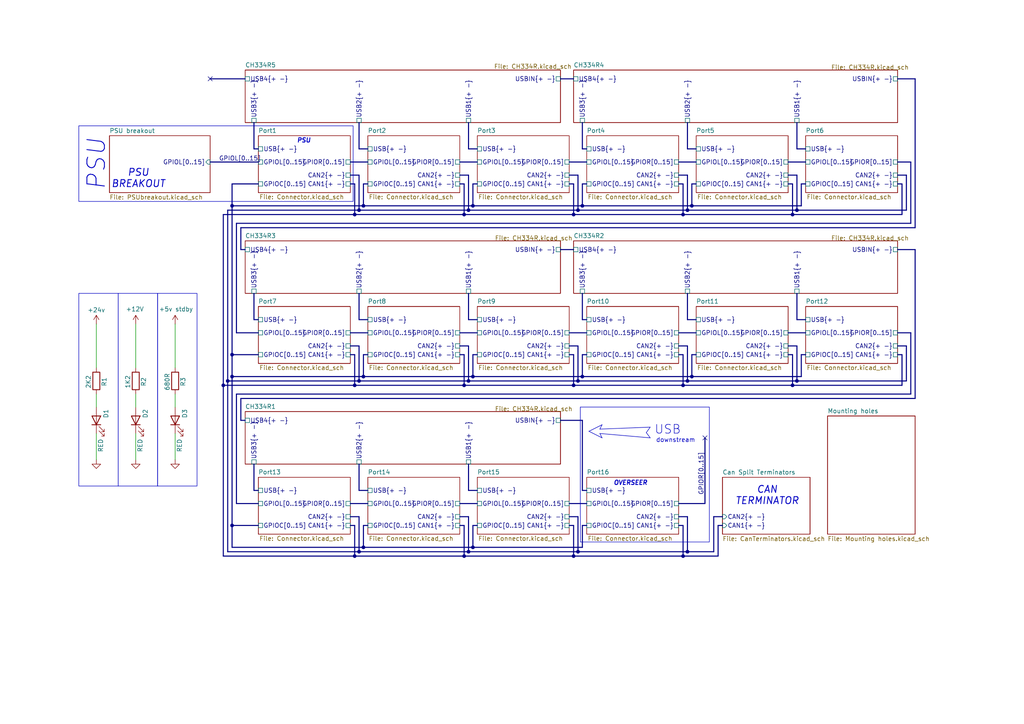
<source format=kicad_sch>
(kicad_sch (version 20250114) (generator "eeschema") (generator_version "9.0")
  (paper "A4")
  (title_block (title "ModuCard Active Backplane") (date "2024-11-15") (rev "A") (company "ModuCard System") (comment 1 "Artem Horiunov"))
  (lib_symbols
    (symbol "Device:LED" (pin_numbers (hide yes)) (pin_names (offset 1.016) (hide yes))
      (property "Reference" "D" (at 0 2.54 0))
      (property "Value" "LED" (at 0 -2.54 0))
      (symbol "LED_0_1"
        (polyline (pts (xy -3.048 -0.762) (xy -4.572 -2.286) (xy -3.81 -2.286) (xy -4.572 -2.286) (xy -4.572 -1.524)))
        (polyline (pts (xy -1.778 -0.762) (xy -3.302 -2.286) (xy -2.54 -2.286) (xy -3.302 -2.286) (xy -3.302 -1.524)))
        (polyline (pts (xy -1.27 0) (xy 1.27 0)))
        (polyline (pts (xy -1.27 -1.27) (xy -1.27 1.27)) (stroke (width 0.254)))
        (polyline (pts (xy 1.27 -1.27) (xy 1.27 1.27) (xy -1.27 0) (xy 1.27 -1.27)) (stroke (width 0.254)))
      )
      (symbol "LED_1_1"
        (pin passive line (at -3.81 0 0) (length 2.54) (name "K") (number "1"))
        (pin passive line (at 3.81 0 180) (length 2.54) (name "A") (number "2"))
      )
    )
    (symbol "Device:R" (pin_numbers (hide yes)) (pin_names (offset 0))
      (property "Reference" "R" (at 2.032 0 90))
      (property "Value" "R" (at 0 0 90))
      (symbol "R_0_1"
        (rectangle (start -1.016 -2.54) (end 1.016 2.54) (stroke (width 0.254)))
      )
      (symbol "R_1_1"
        (pin passive line (at 0 3.81 270) (length 1.27) (name "~") (number "1"))
        (pin passive line (at 0 -3.81 90) (length 1.27) (name "~") (number "2"))
      )
    )
    (symbol "power:+12V" (power) (pin_numbers (hide yes)) (pin_names (offset 0) (hide yes))
      (property "Value" "+12V" (at 0 3.556 0))
      (symbol "+12V_0_1"
        (polyline (pts (xy -0.762 1.27) (xy 0 2.54)))
        (polyline (pts (xy 0 2.54) (xy 0.762 1.27)))
        (polyline (pts (xy 0 0) (xy 0 2.54)))
      )
      (symbol "+12V_1_1"
        (pin power_in line (at 0 0 90) (length 0) (name "~") (number "1"))
      )
    )
    (symbol "power:GND" (power) (pin_numbers (hide yes)) (pin_names (offset 0) (hide yes))
      (property "Value" "GND" (at 0 -3.81 0))
      (symbol "GND_0_1"
        (polyline (pts (xy 0 0) (xy 0 -1.27) (xy 1.27 -1.27) (xy 0 -2.54) (xy -1.27 -1.27) (xy 0 -1.27)))
      )
      (symbol "GND_1_1"
        (pin power_in line (at 0 0 270) (length 0) (name "~") (number "1"))
      )
    )
  )
  (rectangle (start 168.3111 118.0625) (end 205.74 157.1978))
  (rectangle (start 34.29 85.09) (end 45.72 140.97))
  (rectangle (start 45.72 85.09) (end 57.15 140.97))
  (rectangle (start 22.86 85.09) (end 34.29 140.97))
  (rectangle (start 22.86 36.4964) (end 102.4215 58.42))
  (text "OVERSEER" (at 182.88 140.208 0) (effects (font (size 1.27 1.27) (thickness 0.254) (bold yes) (italic yes))))
  (text "PSU" (at 27.94 47.752 90) (effects (font (size 5.08 5.08) (thickness 0.254) (bold yes) (italic yes))))
  (text "PSU" (at 88.138 40.894 0) (effects (font (size 1.27 1.27) (thickness 0.254) (bold yes) (italic yes))))
  (text "downstream" (at 195.961 127.762 0) (effects (font (size 1.27 1.27))))
  (text "PSU\nBREAKOUT" (at 40.132 51.816 0) (effects (font (size 2.032 2.032) (thickness 0.254) (bold yes) (italic yes))))
  (text "CAN\nTERMINATOR\n" (at 222.504 143.764 0) (effects (font (size 2.032 2.032) (thickness 0.254) (bold yes) (italic yes))))
  (text "USB\n" (at 193.675 124.714 0) (effects (font (size 2.54 2.54))))
  (junction (at 67.31 109.22))
  (junction (at 199.39 110.49))
  (junction (at 166.37 62.23))
  (junction (at 105.41 158.75))
  (junction (at 198.12 161.29))
  (junction (at 102.87 111.76))
  (junction (at 104.14 110.49))
  (junction (at 104.14 60.96))
  (junction (at 67.31 59.69))
  (junction (at 199.39 60.96))
  (junction (at 135.89 60.96))
  (junction (at 168.91 109.22))
  (junction (at 137.16 158.75))
  (junction (at 135.89 110.49))
  (junction (at 200.66 109.22))
  (junction (at 64.77 111.76))
  (junction (at 134.62 62.23))
  (junction (at 199.39 160.02))
  (junction (at 67.31 102.87))
  (junction (at 200.66 59.69))
  (junction (at 231.14 110.49))
  (junction (at 66.04 110.49))
  (junction (at 137.16 59.69))
  (junction (at 104.14 160.02))
  (junction (at 166.37 161.29))
  (junction (at 229.87 62.23))
  (junction (at 167.64 60.96))
  (junction (at 231.14 60.96))
  (junction (at 134.62 111.76))
  (junction (at 137.16 109.22))
  (junction (at 198.12 62.23))
  (junction (at 102.87 62.23))
  (junction (at 229.87 111.76))
  (junction (at 167.64 110.49))
  (junction (at 166.37 111.76))
  (junction (at 134.62 161.29))
  (junction (at 105.41 109.22))
  (junction (at 168.91 59.69))
  (junction (at 198.12 111.76))
  (junction (at 105.41 59.69))
  (junction (at 67.31 152.4))
  (junction (at 102.87 161.29))
  (junction (at 167.64 160.02))
  (junction (at 135.89 160.02))
  (no_connect (at 204.47 127))
  (no_connect (at 60.96 22.86))
  (bus (pts (xy 167.64 149.86) (xy 167.64 160.02)))
  (bus (pts (xy 66.04 160.02) (xy 104.14 160.02)))
  (bus (pts (xy 165.1 46.99) (xy 170.18 46.99)))
  (bus (pts (xy 135.89 110.49) (xy 167.64 110.49)))
  (bus (pts (xy 165.1 96.52) (xy 170.18 96.52)))
  (bus (pts (xy 166.37 53.34) (xy 166.37 62.23)))
  (bus (pts (xy 67.31 59.69) (xy 105.41 59.69)))
  (bus (pts (xy 198.12 102.87) (xy 198.12 111.76)))
  (bus (pts (xy 261.62 111.76) (xy 261.62 102.87)))
  (wire (pts (xy 27.94 125.73) (xy 27.94 133.35)))
  (bus (pts (xy 229.87 62.23) (xy 198.12 62.23)))
  (wire (pts (xy 39.37 114.3) (xy 39.37 118.11)))
  (bus (pts (xy 135.89 60.96) (xy 167.64 60.96)))
  (bus (pts (xy 104.14 35.56) (xy 104.14 43.18)))
  (bus (pts (xy 264.16 114.3) (xy 68.58 114.3)))
  (bus (pts (xy 232.41 53.34) (xy 232.41 59.69)))
  (bus (pts (xy 165.1 100.33) (xy 167.64 100.33)))
  (wire (pts (xy 39.37 125.73) (xy 39.37 133.35)))
  (bus (pts (xy 104.14 92.71) (xy 106.68 92.71)))
  (bus (pts (xy 165.1 146.05) (xy 170.18 146.05)))
  (bus (pts (xy 102.87 53.34) (xy 102.87 62.23)))
  (bus (pts (xy 68.58 114.3) (xy 68.58 146.05)))
  (bus (pts (xy 228.6 50.8) (xy 231.14 50.8)))
  (bus (pts (xy 101.6 100.33) (xy 104.14 100.33)))
  (bus (pts (xy 232.41 102.87) (xy 232.41 109.22)))
  (bus (pts (xy 102.87 161.29) (xy 64.77 161.29)))
  (bus (pts (xy 134.62 152.4) (xy 134.62 161.29)))
  (bus (pts (xy 73.66 134.62) (xy 73.66 142.24)))
  (bus (pts (xy 231.14 100.33) (xy 231.14 110.49)))
  (bus (pts (xy 207.01 149.86) (xy 209.55 149.86)))
  (bus (pts (xy 199.39 100.33) (xy 199.39 110.49)))
  (bus (pts (xy 207.01 160.02) (xy 207.01 149.86)))
  (bus (pts (xy 264.16 96.52) (xy 260.35 96.52)))
  (bus (pts (xy 73.66 35.56) (xy 73.66 43.18)))
  (bus (pts (xy 168.91 158.75) (xy 137.16 158.75)))
  (bus (pts (xy 106.68 53.34) (xy 105.41 53.34)))
  (bus (pts (xy 134.62 53.34) (xy 134.62 62.23)))
  (bus (pts (xy 167.64 110.49) (xy 199.39 110.49)))
  (bus (pts (xy 200.66 109.22) (xy 168.91 109.22)))
  (bus (pts (xy 199.39 110.49) (xy 231.14 110.49)))
  (bus (pts (xy 228.6 100.33) (xy 231.14 100.33)))
  (bus (pts (xy 229.87 111.76) (xy 198.12 111.76)))
  (bus (pts (xy 104.14 50.8) (xy 104.14 60.96)))
  (bus (pts (xy 104.14 60.96) (xy 66.04 60.96)))
  (bus (pts (xy 165.1 152.4) (xy 166.37 152.4)))
  (bus (pts (xy 167.64 100.33) (xy 167.64 110.49)))
  (bus (pts (xy 201.93 102.87) (xy 200.66 102.87)))
  (bus (pts (xy 105.41 102.87) (xy 105.41 109.22)))
  (bus (pts (xy 168.91 43.18) (xy 170.18 43.18)))
  (bus (pts (xy 208.28 152.4) (xy 208.28 161.29)))
  (bus (pts (xy 135.89 50.8) (xy 135.89 60.96)))
  (bus (pts (xy 198.12 161.29) (xy 166.37 161.29)))
  (polyline (pts (xy 174.625 123.19) (xy 170.815 125.095)))
  (polyline (pts (xy 187.452 125.476) (xy 188.5783 123.8837)))
  (bus (pts (xy 167.64 50.8) (xy 167.64 60.96)))
  (bus (pts (xy 138.43 53.34) (xy 137.16 53.34)))
  (wire (pts (xy 27.94 106.68) (xy 27.94 93.98)))
  (bus (pts (xy 133.35 146.05) (xy 138.43 146.05)))
  (bus (pts (xy 170.18 102.87) (xy 168.91 102.87)))
  (bus (pts (xy 101.6 96.52) (xy 106.68 96.52)))
  (bus (pts (xy 134.62 102.87) (xy 134.62 111.76)))
  (bus (pts (xy 231.14 60.96) (xy 262.89 60.96)))
  (bus (pts (xy 69.85 115.57) (xy 265.43 115.57)))
  (bus (pts (xy 135.89 35.56) (xy 135.89 43.18)))
  (bus (pts (xy 231.14 110.49) (xy 262.89 110.49)))
  (bus (pts (xy 198.12 53.34) (xy 198.12 62.23)))
  (polyline (pts (xy 174.625 127) (xy 173.99 125.73)))
  (bus (pts (xy 165.1 50.8) (xy 167.64 50.8)))
  (bus (pts (xy 233.68 53.34) (xy 232.41 53.34)))
  (bus (pts (xy 133.35 149.86) (xy 135.89 149.86)))
  (bus (pts (xy 134.62 62.23) (xy 102.87 62.23)))
  (bus (pts (xy 166.37 152.4) (xy 166.37 161.29)))
  (bus (pts (xy 104.14 85.09) (xy 104.14 92.71)))
  (bus (pts (xy 133.35 102.87) (xy 134.62 102.87)))
  (bus (pts (xy 106.68 152.4) (xy 105.41 152.4)))
  (bus (pts (xy 262.89 100.33) (xy 260.35 100.33)))
  (bus (pts (xy 105.41 53.34) (xy 105.41 59.69)))
  (bus (pts (xy 104.14 134.62) (xy 104.14 142.24)))
  (polyline (pts (xy 173.99 124.46) (xy 174.625 123.19)))
  (bus (pts (xy 104.14 149.86) (xy 104.14 160.02)))
  (bus (pts (xy 231.14 43.18) (xy 233.68 43.18)))
  (bus (pts (xy 162.56 72.39) (xy 166.37 72.39)))
  (bus (pts (xy 209.55 152.4) (xy 208.28 152.4)))
  (bus (pts (xy 166.37 62.23) (xy 134.62 62.23)))
  (bus (pts (xy 265.43 72.39) (xy 260.35 72.39)))
  (bus (pts (xy 138.43 102.87) (xy 137.16 102.87)))
  (bus (pts (xy 196.85 149.86) (xy 199.39 149.86)))
  (bus (pts (xy 66.04 110.49) (xy 66.04 160.02)))
  (bus (pts (xy 137.16 109.22) (xy 105.41 109.22)))
  (bus (pts (xy 166.37 111.76) (xy 134.62 111.76)))
  (bus (pts (xy 200.66 102.87) (xy 200.66 109.22)))
  (bus (pts (xy 228.6 46.99) (xy 233.68 46.99)))
  (bus (pts (xy 229.87 111.76) (xy 261.62 111.76)))
  (bus (pts (xy 168.91 121.92) (xy 168.91 142.24)))
  (bus (pts (xy 104.14 60.96) (xy 135.89 60.96)))
  (bus (pts (xy 265.43 66.04) (xy 265.43 22.86)))
  (bus (pts (xy 196.85 100.33) (xy 199.39 100.33)))
  (bus (pts (xy 231.14 50.8) (xy 231.14 60.96)))
  (bus (pts (xy 104.14 142.24) (xy 106.68 142.24)))
  (bus (pts (xy 198.12 111.76) (xy 166.37 111.76)))
  (bus (pts (xy 167.64 160.02) (xy 199.39 160.02)))
  (bus (pts (xy 67.31 102.87) (xy 67.31 59.69)))
  (bus (pts (xy 199.39 43.18) (xy 201.93 43.18)))
  (bus (pts (xy 135.89 134.62) (xy 135.89 142.24)))
  (bus (pts (xy 168.91 102.87) (xy 168.91 109.22)))
  (bus (pts (xy 105.41 158.75) (xy 67.31 158.75)))
  (bus (pts (xy 262.89 50.8) (xy 260.35 50.8)))
  (bus (pts (xy 60.96 46.99) (xy 74.93 46.99)))
  (bus (pts (xy 200.66 59.69) (xy 168.91 59.69)))
  (bus (pts (xy 196.85 146.05) (xy 204.47 146.05)))
  (bus (pts (xy 134.62 111.76) (xy 102.87 111.76)))
  (bus (pts (xy 228.6 96.52) (xy 233.68 96.52)))
  (bus (pts (xy 104.14 110.49) (xy 135.89 110.49)))
  (bus (pts (xy 67.31 53.34) (xy 67.31 59.69)))
  (bus (pts (xy 60.96 22.86) (xy 71.12 22.86)))
  (bus (pts (xy 73.66 85.09) (xy 73.66 92.71)))
  (bus (pts (xy 199.39 50.8) (xy 199.39 60.96)))
  (bus (pts (xy 204.47 127) (xy 204.47 146.05)))
  (bus (pts (xy 133.35 46.99) (xy 138.43 46.99)))
  (polyline (pts (xy 188.5783 123.8837) (xy 173.99 124.46)))
  (bus (pts (xy 133.35 53.34) (xy 134.62 53.34)))
  (bus (pts (xy 71.12 72.39) (xy 69.85 72.39)))
  (bus (pts (xy 260.35 53.34) (xy 261.62 53.34)))
  (bus (pts (xy 199.39 85.09) (xy 199.39 92.71)))
  (bus (pts (xy 168.91 92.71) (xy 170.18 92.71)))
  (bus (pts (xy 228.6 53.34) (xy 229.87 53.34)))
  (bus (pts (xy 196.85 46.99) (xy 201.93 46.99)))
  (bus (pts (xy 264.16 114.3) (xy 264.16 96.52)))
  (bus (pts (xy 66.04 60.96) (xy 66.04 110.49)))
  (bus (pts (xy 229.87 53.34) (xy 229.87 62.23)))
  (bus (pts (xy 64.77 111.76) (xy 64.77 62.23)))
  (wire (pts (xy 50.8 106.68) (xy 50.8 93.98)))
  (bus (pts (xy 165.1 102.87) (xy 166.37 102.87)))
  (bus (pts (xy 228.6 102.87) (xy 229.87 102.87)))
  (bus (pts (xy 64.77 161.29) (xy 64.77 111.76)))
  (bus (pts (xy 166.37 161.29) (xy 134.62 161.29)))
  (bus (pts (xy 133.35 100.33) (xy 135.89 100.33)))
  (bus (pts (xy 73.66 43.18) (xy 74.93 43.18)))
  (bus (pts (xy 69.85 66.04) (xy 265.43 66.04)))
  (bus (pts (xy 104.14 160.02) (xy 135.89 160.02)))
  (bus (pts (xy 166.37 102.87) (xy 166.37 111.76)))
  (bus (pts (xy 67.31 152.4) (xy 67.31 109.22)))
  (bus (pts (xy 137.16 158.75) (xy 105.41 158.75)))
  (bus (pts (xy 106.68 102.87) (xy 105.41 102.87)))
  (bus (pts (xy 135.89 149.86) (xy 135.89 160.02)))
  (wire (pts (xy 50.8 114.3) (xy 50.8 118.11)))
  (bus (pts (xy 102.87 102.87) (xy 102.87 111.76)))
  (bus (pts (xy 67.31 158.75) (xy 67.31 152.4)))
  (bus (pts (xy 101.6 50.8) (xy 104.14 50.8)))
  (bus (pts (xy 162.56 121.92) (xy 168.91 121.92)))
  (bus (pts (xy 168.91 109.22) (xy 137.16 109.22)))
  (bus (pts (xy 168.91 142.24) (xy 170.18 142.24)))
  (bus (pts (xy 233.68 102.87) (xy 232.41 102.87)))
  (bus (pts (xy 170.18 53.34) (xy 168.91 53.34)))
  (bus (pts (xy 201.93 53.34) (xy 200.66 53.34)))
  (bus (pts (xy 135.89 92.71) (xy 138.43 92.71)))
  (bus (pts (xy 231.14 35.56) (xy 231.14 43.18)))
  (bus (pts (xy 67.31 109.22) (xy 67.31 102.87)))
  (bus (pts (xy 101.6 102.87) (xy 102.87 102.87)))
  (bus (pts (xy 74.93 53.34) (xy 67.31 53.34)))
  (bus (pts (xy 137.16 59.69) (xy 105.41 59.69)))
  (bus (pts (xy 232.41 109.22) (xy 200.66 109.22)))
  (bus (pts (xy 101.6 152.4) (xy 102.87 152.4)))
  (bus (pts (xy 229.87 62.23) (xy 261.62 62.23)))
  (bus (pts (xy 68.58 146.05) (xy 74.93 146.05)))
  (bus (pts (xy 261.62 62.23) (xy 261.62 53.34)))
  (bus (pts (xy 199.39 92.71) (xy 201.93 92.71)))
  (bus (pts (xy 167.64 60.96) (xy 199.39 60.96)))
  (bus (pts (xy 133.35 50.8) (xy 135.89 50.8)))
  (bus (pts (xy 264.16 46.99) (xy 264.16 64.77)))
  (bus (pts (xy 102.87 152.4) (xy 102.87 161.29)))
  (bus (pts (xy 138.43 152.4) (xy 137.16 152.4)))
  (bus (pts (xy 165.1 53.34) (xy 166.37 53.34)))
  (bus (pts (xy 199.39 149.86) (xy 199.39 160.02)))
  (bus (pts (xy 64.77 62.23) (xy 102.87 62.23)))
  (bus (pts (xy 170.18 152.4) (xy 168.91 152.4)))
  (wire (pts (xy 27.94 114.3) (xy 27.94 118.11)))
  (wire (pts (xy 50.8 125.73) (xy 50.8 133.35)))
  (bus (pts (xy 262.89 110.49) (xy 262.89 100.33)))
  (bus (pts (xy 196.85 96.52) (xy 201.93 96.52)))
  (bus (pts (xy 133.35 152.4) (xy 134.62 152.4)))
  (bus (pts (xy 135.89 160.02) (xy 167.64 160.02)))
  (bus (pts (xy 168.91 152.4) (xy 168.91 158.75)))
  (bus (pts (xy 265.43 115.57) (xy 265.43 72.39)))
  (bus (pts (xy 168.91 53.34) (xy 168.91 59.69)))
  (bus (pts (xy 199.39 60.96) (xy 231.14 60.96)))
  (bus (pts (xy 198.12 62.23) (xy 166.37 62.23)))
  (bus (pts (xy 196.85 102.87) (xy 198.12 102.87)))
  (bus (pts (xy 232.41 59.69) (xy 200.66 59.69)))
  (bus (pts (xy 68.58 64.77) (xy 68.58 96.52)))
  (bus (pts (xy 135.89 142.24) (xy 138.43 142.24)))
  (bus (pts (xy 135.89 100.33) (xy 135.89 110.49)))
  (bus (pts (xy 165.1 149.86) (xy 167.64 149.86)))
  (wire (pts (xy 39.37 106.68) (xy 39.37 93.98)))
  (bus (pts (xy 133.35 96.52) (xy 138.43 96.52)))
  (bus (pts (xy 101.6 53.34) (xy 102.87 53.34)))
  (bus (pts (xy 208.28 161.29) (xy 198.12 161.29)))
  (bus (pts (xy 105.41 152.4) (xy 105.41 158.75)))
  (polyline (pts (xy 188.595 127) (xy 187.452 125.476)))
  (bus (pts (xy 135.89 43.18) (xy 138.43 43.18)))
  (bus (pts (xy 137.16 53.34) (xy 137.16 59.69)))
  (bus (pts (xy 67.31 102.87) (xy 74.93 102.87)))
  (bus (pts (xy 264.16 64.77) (xy 68.58 64.77)))
  (polyline (pts (xy 170.815 125.095) (xy 174.625 127)))
  (bus (pts (xy 104.14 100.33) (xy 104.14 110.49)))
  (bus (pts (xy 134.62 161.29) (xy 102.87 161.29)))
  (bus (pts (xy 199.39 160.02) (xy 207.01 160.02)))
  (bus (pts (xy 196.85 50.8) (xy 199.39 50.8)))
  (bus (pts (xy 73.66 92.71) (xy 74.93 92.71)))
  (bus (pts (xy 69.85 121.92) (xy 69.85 115.57)))
  (bus (pts (xy 262.89 60.96) (xy 262.89 50.8)))
  (bus (pts (xy 73.66 142.24) (xy 74.93 142.24)))
  (bus (pts (xy 101.6 46.99) (xy 106.68 46.99)))
  (bus (pts (xy 196.85 53.34) (xy 198.12 53.34)))
  (bus (pts (xy 162.56 22.86) (xy 166.37 22.86)))
  (bus (pts (xy 66.04 110.49) (xy 104.14 110.49)))
  (bus (pts (xy 231.14 92.71) (xy 233.68 92.71)))
  (bus (pts (xy 137.16 102.87) (xy 137.16 109.22)))
  (bus (pts (xy 67.31 152.4) (xy 74.93 152.4)))
  (bus (pts (xy 199.39 35.56) (xy 199.39 43.18)))
  (bus (pts (xy 71.12 121.92) (xy 69.85 121.92)))
  (bus (pts (xy 260.35 46.99) (xy 264.16 46.99)))
  (bus (pts (xy 101.6 149.86) (xy 104.14 149.86)))
  (bus (pts (xy 69.85 72.39) (xy 69.85 66.04)))
  (bus (pts (xy 104.14 43.18) (xy 106.68 43.18)))
  (bus (pts (xy 168.91 85.09) (xy 168.91 92.71)))
  (bus (pts (xy 168.91 35.56) (xy 168.91 43.18)))
  (bus (pts (xy 102.87 111.76) (xy 64.77 111.76)))
  (bus (pts (xy 135.89 85.09) (xy 135.89 92.71)))
  (bus (pts (xy 231.14 85.09) (xy 231.14 92.71)))
  (bus (pts (xy 200.66 53.34) (xy 200.66 59.69)))
  (bus (pts (xy 229.87 102.87) (xy 229.87 111.76)))
  (bus (pts (xy 260.35 102.87) (xy 261.62 102.87)))
  (bus (pts (xy 198.12 152.4) (xy 198.12 161.29)))
  (bus (pts (xy 168.91 59.69) (xy 137.16 59.69)))
  (polyline (pts (xy 173.99 125.73) (xy 188.595 127)))
  (bus (pts (xy 68.58 96.52) (xy 74.93 96.52)))
  (bus (pts (xy 265.43 22.86) (xy 260.35 22.86)))
  (bus (pts (xy 105.41 109.22) (xy 67.31 109.22)))
  (bus (pts (xy 101.6 146.05) (xy 106.68 146.05)))
  (bus (pts (xy 196.85 152.4) (xy 198.12 152.4)))
  (bus (pts (xy 137.16 152.4) (xy 137.16 158.75)))
  (label "GPIOL[0..15]" (at 63.5 46.99 0))
  (label "GPIOR[0..15]" (at 204.47 143.51 90))
  (symbol (lib_id "power:+12V") (at 27.94 93.98 0) (mirror y) (unit 1)
    (property "Reference" "#PWR01" (effects (hide yes)))
    (property "Value" "+24v" (at 27.94 89.916 0))
    (property "Description" "Power symbol creates a global label with name \"+12V\"" (effects (hide yes)))
  )
  (symbol (lib_id "Device:R") (at 27.94 110.49 0) (unit 1)
    (property "Reference" "R1" (at 30.226 110.744 90))
    (property "Value" "2K2" (at 25.654 110.744 90))
    (property "Footprint" "Resistor_SMD:R_0402_1005Metric" (effects (hide yes)))
    (property "Description" "Resistor" (effects (hide yes)))
  )
  (symbol (lib_id "Device:R") (at 50.8 110.49 0) (unit 1)
    (property "Reference" "R3" (at 53.086 110.744 90))
    (property "Value" "680R" (at 48.514 110.744 90))
    (property "Footprint" "Resistor_SMD:R_0402_1005Metric" (effects (hide yes)))
    (property "Description" "Resistor" (effects (hide yes)))
  )
  (symbol (lib_id "power:+12V") (at 50.8 93.98 0) (unit 1)
    (property "Reference" "#PWR03" (effects (hide yes)))
    (property "Value" "+5v stdby" (at 51.054 89.662 0))
    (property "Description" "Power symbol creates a global label with name \"+12V\"" (effects (hide yes)))
  )
  (symbol (lib_id "power:GND") (at 50.8 133.35 0) (unit 1)
    (property "Reference" "#PWR06" (effects (hide yes)))
    (property "Value" "GND" (effects (hide yes)))
  )
  (symbol (lib_id "Device:LED") (at 27.94 121.92 90) (unit 1)
    (property "Reference" "D1" (at 30.734 118.618 0) (effects (justify right)))
    (property "Value" "RED" (at 29.21 127.254 0) (effects (justify right)))
    (property "Footprint" "Diode_SMD:D_0402_1005Metric" (effects (hide yes)))
    (property "Description" "Light emitting diode" (effects (hide yes)))
  )
  (symbol (lib_id "Device:LED") (at 39.37 121.92 90) (unit 1)
    (property "Reference" "D2" (at 42.164 118.618 0) (effects (justify right)))
    (property "Value" "RED" (at 40.64 127.254 0) (effects (justify right)))
    (property "Footprint" "Diode_SMD:D_0402_1005Metric" (effects (hide yes)))
    (property "Description" "Light emitting diode" (effects (hide yes)))
  )
  (symbol (lib_id "power:GND") (at 39.37 133.35 0) (unit 1)
    (property "Reference" "#PWR05" (effects (hide yes)))
    (property "Value" "GND" (effects (hide yes)))
  )
  (symbol (lib_id "power:+12V") (at 39.37 93.98 0) (mirror y) (unit 1)
    (property "Reference" "#PWR02" (effects (hide yes)))
    (property "Value" "+12V" (at 39.116 89.662 0))
    (property "Description" "Power symbol creates a global label with name \"+12V\"" (effects (hide yes)))
  )
  (symbol (lib_id "power:GND") (at 27.94 133.35 0) (unit 1)
    (property "Reference" "#PWR04" (effects (hide yes)))
    (property "Value" "GND" (effects (hide yes)))
  )
  (symbol (lib_id "Device:R") (at 39.37 110.49 0) (unit 1)
    (property "Reference" "R2" (at 41.656 110.744 90))
    (property "Value" "1K2" (at 37.084 110.744 90))
    (property "Footprint" "Resistor_SMD:R_0402_1005Metric" (effects (hide yes)))
    (property "Description" "Resistor" (effects (hide yes)))
  )
  (symbol (lib_id "Device:LED") (at 50.8 121.92 90) (unit 1)
    (property "Reference" "D3" (at 53.594 118.618 0) (effects (justify right)))
    (property "Value" "RED" (at 52.07 127.254 0) (effects (justify right)))
    (property "Footprint" "Diode_SMD:D_0402_1005Metric" (effects (hide yes)))
    (property "Description" "Light emitting diode" (effects (hide yes)))
  )
  (sheet (at 166.37 69.85) (size 93.98 15.24) (stroke (width 0.1524))
    (property "Sheetname" "CH334R2" (at 166.37 69.1384 0) (effects (justify left bottom)))
    (property "Sheetfile" "CH334R.kicad_sch" (at 241.046 68.326 0) (effects (justify left top)))
    (pin "USB1{+ -}" passive (at 231.14 85.09 270))
    (pin "USB3{+ -}" passive (at 168.91 85.09 270))
    (pin "USB2{+ -}" passive (at 199.39 85.09 270))
    (pin "USB4{+ -}" passive (at 166.37 72.39 180))
    (pin "USBIN{+ -}" passive (at 260.35 72.39 0))
  )
  (sheet (at 240.03 120.65) (size 25.4 34.29) (stroke (width 0.1524))
    (property "Sheetname" "Mounting holes" (at 240.03 119.9384 0) (effects (justify left bottom)))
    (property "Sheetfile" "Mounting holes.kicad_sch" (at 240.03 155.5246 0) (effects (justify left top)))
  )
  (sheet (at 71.12 20.32) (size 91.44 15.24) (stroke (width 0.1524))
    (property "Sheetname" "CH334R5" (at 71.12 19.6084 0) (effects (justify left bottom)))
    (property "Sheetfile" "CH334R.kicad_sch" (at 143.256 18.542 0) (effects (justify left top)))
    (pin "USB1{+ -}" passive (at 135.89 35.56 270))
    (pin "USB3{+ -}" passive (at 73.66 35.56 270))
    (pin "USB2{+ -}" passive (at 104.14 35.56 270))
    (pin "USB4{+ -}" passive (at 71.12 22.86 180))
    (pin "USBIN{+ -}" passive (at 162.56 22.86 0))
  )
  (sheet (at 209.55 138.43) (size 25.4 16.51) (stroke (width 0.1524))
    (property "Sheetname" "Can Split Terminators" (at 209.55 137.7184 0) (effects (justify left bottom)))
    (property "Sheetfile" "CanTerminators.kicad_sch" (at 209.55 155.5246 0) (effects (justify left top)))
    (pin "CAN2{+ -}" input (at 209.55 149.86 180))
    (pin "CAN1{+ -}" input (at 209.55 152.4 180))
  )
  (sheet (at 170.18 39.37) (size 26.67 16.51) (stroke (width 0.1524))
    (property "Sheetname" "Port4" (at 170.18 38.608 0) (effects (justify left bottom)))
    (property "Sheetfile" "Connector.kicad_sch" (at 170.434 56.388 0) (effects (justify left top)))
    (pin "GPIOL[0..15]" passive (at 170.18 46.99 180))
    (pin "GPIOC[0..15]" passive (at 170.18 53.34 180))
    (pin "GPIOR[0..15]" passive (at 196.85 46.99 0))
    (pin "CAN2{+ -}" passive (at 196.85 50.8 0))
    (pin "CAN1{+ -}" passive (at 196.85 53.34 0))
    (pin "USB{+ -}" passive (at 170.18 43.18 180))
  )
  (sheet (at 201.93 39.37) (size 26.67 16.51) (stroke (width 0.1524))
    (property "Sheetname" "Port5" (at 201.93 38.608 0) (effects (justify left bottom)))
    (property "Sheetfile" "Connector.kicad_sch" (at 202.184 56.388 0) (effects (justify left top)))
    (pin "GPIOL[0..15]" passive (at 201.93 46.99 180))
    (pin "GPIOC[0..15]" passive (at 201.93 53.34 180))
    (pin "GPIOR[0..15]" passive (at 228.6 46.99 0))
    (pin "CAN2{+ -}" passive (at 228.6 50.8 0))
    (pin "CAN1{+ -}" passive (at 228.6 53.34 0))
    (pin "USB{+ -}" passive (at 201.93 43.18 180))
  )
  (sheet (at 166.37 20.32) (size 93.98 15.24) (stroke (width 0.1524))
    (property "Sheetname" "CH334R4" (at 166.37 19.6084 0) (effects (justify left bottom)))
    (property "Sheetfile" "CH334R.kicad_sch" (at 241.046 18.796 0) (effects (justify left top)))
    (pin "USB1{+ -}" passive (at 231.14 35.56 270))
    (pin "USB3{+ -}" passive (at 168.91 35.56 270))
    (pin "USB2{+ -}" passive (at 199.39 35.56 270))
    (pin "USB4{+ -}" passive (at 166.37 22.86 180))
    (pin "USBIN{+ -}" passive (at 260.35 22.86 0))
  )
  (sheet (at 71.12 69.85) (size 91.44 15.24) (stroke (width 0.1524))
    (property "Sheetname" "CH334R3" (at 71.12 69.1384 0) (effects (justify left bottom)))
    (property "Sheetfile" "CH334R.kicad_sch" (at 143.51 68.326 0) (effects (justify left top)))
    (pin "USB1{+ -}" passive (at 135.89 85.09 270))
    (pin "USB3{+ -}" passive (at 73.66 85.09 270))
    (pin "USB2{+ -}" passive (at 104.14 85.09 270))
    (pin "USB4{+ -}" passive (at 71.12 72.39 180))
    (pin "USBIN{+ -}" passive (at 162.56 72.39 0))
  )
  (sheet (at 74.93 39.37) (size 26.67 16.51) (stroke (width 0.1524))
    (property "Sheetname" "Port1" (at 74.93 38.608 0) (effects (justify left bottom)))
    (property "Sheetfile" "Connector.kicad_sch" (at 75.184 56.388 0) (effects (justify left top)))
    (pin "GPIOL[0..15]" passive (at 74.93 46.99 180))
    (pin "GPIOC[0..15]" passive (at 74.93 53.34 180))
    (pin "GPIOR[0..15]" passive (at 101.6 46.99 0))
    (pin "CAN2{+ -}" passive (at 101.6 50.8 0))
    (pin "CAN1{+ -}" passive (at 101.6 53.34 0))
    (pin "USB{+ -}" passive (at 74.93 43.18 180))
  )
  (sheet (at 233.68 88.9) (size 26.67 16.51) (stroke (width 0.1524))
    (property "Sheetname" "Port12" (at 233.68 88.138 0) (effects (justify left bottom)))
    (property "Sheetfile" "Connector.kicad_sch" (at 233.934 105.918 0) (effects (justify left top)))
    (pin "GPIOL[0..15]" passive (at 233.68 96.52 180))
    (pin "GPIOC[0..15]" passive (at 233.68 102.87 180))
    (pin "GPIOR[0..15]" passive (at 260.35 96.52 0))
    (pin "CAN2{+ -}" passive (at 260.35 100.33 0))
    (pin "CAN1{+ -}" passive (at 260.35 102.87 0))
    (pin "USB{+ -}" passive (at 233.68 92.71 180))
  )
  (sheet (at 74.93 138.43) (size 26.67 16.51) (stroke (width 0.1524))
    (property "Sheetname" "Port13" (at 74.93 137.668 0) (effects (justify left bottom)))
    (property "Sheetfile" "Connector.kicad_sch" (at 75.184 155.448 0) (effects (justify left top)))
    (pin "GPIOL[0..15]" passive (at 74.93 146.05 180))
    (pin "GPIOC[0..15]" passive (at 74.93 152.4 180))
    (pin "GPIOR[0..15]" passive (at 101.6 146.05 0))
    (pin "CAN2{+ -}" passive (at 101.6 149.86 0))
    (pin "CAN1{+ -}" passive (at 101.6 152.4 0))
    (pin "USB{+ -}" passive (at 74.93 142.24 180))
  )
  (sheet (at 233.68 39.37) (size 26.67 16.51) (stroke (width 0.1524))
    (property "Sheetname" "Port6" (at 233.68 38.608 0) (effects (justify left bottom)))
    (property "Sheetfile" "Connector.kicad_sch" (at 233.934 56.388 0) (effects (justify left top)))
    (pin "GPIOL[0..15]" passive (at 233.68 46.99 180))
    (pin "GPIOC[0..15]" passive (at 233.68 53.34 180))
    (pin "GPIOR[0..15]" passive (at 260.35 46.99 0))
    (pin "CAN2{+ -}" passive (at 260.35 50.8 0))
    (pin "CAN1{+ -}" passive (at 260.35 53.34 0))
    (pin "USB{+ -}" passive (at 233.68 43.18 180))
  )
  (sheet (at 106.68 88.9) (size 26.67 16.51) (stroke (width 0.1524))
    (property "Sheetname" "Port8" (at 106.68 88.138 0) (effects (justify left bottom)))
    (property "Sheetfile" "Connector.kicad_sch" (at 106.934 105.918 0) (effects (justify left top)))
    (pin "GPIOL[0..15]" passive (at 106.68 96.52 180))
    (pin "GPIOC[0..15]" passive (at 106.68 102.87 180))
    (pin "GPIOR[0..15]" passive (at 133.35 96.52 0))
    (pin "CAN2{+ -}" passive (at 133.35 100.33 0))
    (pin "CAN1{+ -}" passive (at 133.35 102.87 0))
    (pin "USB{+ -}" passive (at 106.68 92.71 180))
  )
  (sheet (at 201.93 88.9) (size 26.67 16.51) (stroke (width 0.1524))
    (property "Sheetname" "Port11" (at 201.93 88.138 0) (effects (justify left bottom)))
    (property "Sheetfile" "Connector.kicad_sch" (at 202.184 105.918 0) (effects (justify left top)))
    (pin "GPIOL[0..15]" passive (at 201.93 96.52 180))
    (pin "GPIOC[0..15]" passive (at 201.93 102.87 180))
    (pin "GPIOR[0..15]" passive (at 228.6 96.52 0))
    (pin "CAN2{+ -}" passive (at 228.6 100.33 0))
    (pin "CAN1{+ -}" passive (at 228.6 102.87 0))
    (pin "USB{+ -}" passive (at 201.93 92.71 180))
  )
  (sheet (at 71.12 119.38) (size 91.44 15.24) (stroke (width 0.1524))
    (property "Sheetname" "CH334R1" (at 71.12 118.6684 0) (effects (justify left bottom)))
    (property "Sheetfile" "CH334R.kicad_sch" (at 143.51 117.856 0) (effects (justify left top)))
    (pin "USB1{+ -}" passive (at 135.89 134.62 270))
    (pin "USB3{+ -}" passive (at 73.66 134.62 270))
    (pin "USB2{+ -}" passive (at 104.14 134.62 270))
    (pin "USB4{+ -}" passive (at 71.12 121.92 180))
    (pin "USBIN{+ -}" passive (at 162.56 121.92 0))
  )
  (sheet (at 106.68 39.37) (size 26.67 16.51) (stroke (width 0.1524))
    (property "Sheetname" "Port2" (at 106.68 38.608 0) (effects (justify left bottom)))
    (property "Sheetfile" "Connector.kicad_sch" (at 106.934 56.388 0) (effects (justify left top)))
    (pin "GPIOL[0..15]" passive (at 106.68 46.99 180))
    (pin "GPIOC[0..15]" passive (at 106.68 53.34 180))
    (pin "GPIOR[0..15]" passive (at 133.35 46.99 0))
    (pin "CAN2{+ -}" passive (at 133.35 50.8 0))
    (pin "CAN1{+ -}" passive (at 133.35 53.34 0))
    (pin "USB{+ -}" passive (at 106.68 43.18 180))
  )
  (sheet (at 74.93 88.9) (size 26.67 16.51) (stroke (width 0.1524))
    (property "Sheetname" "Port7" (at 74.93 88.138 0) (effects (justify left bottom)))
    (property "Sheetfile" "Connector.kicad_sch" (at 75.184 105.918 0) (effects (justify left top)))
    (pin "GPIOL[0..15]" passive (at 74.93 96.52 180))
    (pin "GPIOC[0..15]" passive (at 74.93 102.87 180))
    (pin "GPIOR[0..15]" passive (at 101.6 96.52 0))
    (pin "CAN2{+ -}" passive (at 101.6 100.33 0))
    (pin "CAN1{+ -}" passive (at 101.6 102.87 0))
    (pin "USB{+ -}" passive (at 74.93 92.71 180))
  )
  (sheet (at 106.68 138.43) (size 26.67 16.51) (stroke (width 0.1524))
    (property "Sheetname" "Port14" (at 106.68 137.668 0) (effects (justify left bottom)))
    (property "Sheetfile" "Connector.kicad_sch" (at 106.934 155.448 0) (effects (justify left top)))
    (pin "GPIOL[0..15]" passive (at 106.68 146.05 180))
    (pin "GPIOC[0..15]" passive (at 106.68 152.4 180))
    (pin "GPIOR[0..15]" passive (at 133.35 146.05 0))
    (pin "CAN2{+ -}" passive (at 133.35 149.86 0))
    (pin "CAN1{+ -}" passive (at 133.35 152.4 0))
    (pin "USB{+ -}" passive (at 106.68 142.24 180))
  )
  (sheet (at 170.18 88.9) (size 26.67 16.51) (stroke (width 0.1524))
    (property "Sheetname" "Port10" (at 170.18 88.138 0) (effects (justify left bottom)))
    (property "Sheetfile" "Connector.kicad_sch" (at 170.434 105.918 0) (effects (justify left top)))
    (pin "GPIOL[0..15]" passive (at 170.18 96.52 180))
    (pin "GPIOC[0..15]" passive (at 170.18 102.87 180))
    (pin "GPIOR[0..15]" passive (at 196.85 96.52 0))
    (pin "CAN2{+ -}" passive (at 196.85 100.33 0))
    (pin "CAN1{+ -}" passive (at 196.85 102.87 0))
    (pin "USB{+ -}" passive (at 170.18 92.71 180))
  )
  (sheet (at 138.43 88.9) (size 26.67 16.51) (stroke (width 0.1524))
    (property "Sheetname" "Port9" (at 138.43 88.138 0) (effects (justify left bottom)))
    (property "Sheetfile" "Connector.kicad_sch" (at 138.684 105.918 0) (effects (justify left top)))
    (pin "GPIOL[0..15]" passive (at 138.43 96.52 180))
    (pin "GPIOC[0..15]" passive (at 138.43 102.87 180))
    (pin "GPIOR[0..15]" passive (at 165.1 96.52 0))
    (pin "CAN2{+ -}" passive (at 165.1 100.33 0))
    (pin "CAN1{+ -}" passive (at 165.1 102.87 0))
    (pin "USB{+ -}" passive (at 138.43 92.71 180))
  )
  (sheet (at 138.43 39.37) (size 26.67 16.51) (stroke (width 0.1524))
    (property "Sheetname" "Port3" (at 138.43 38.608 0) (effects (justify left bottom)))
    (property "Sheetfile" "Connector.kicad_sch" (at 138.684 56.388 0) (effects (justify left top)))
    (pin "GPIOL[0..15]" passive (at 138.43 46.99 180))
    (pin "GPIOC[0..15]" passive (at 138.43 53.34 180))
    (pin "GPIOR[0..15]" passive (at 165.1 46.99 0))
    (pin "CAN2{+ -}" passive (at 165.1 50.8 0))
    (pin "CAN1{+ -}" passive (at 165.1 53.34 0))
    (pin "USB{+ -}" passive (at 138.43 43.18 180))
  )
  (sheet (at 170.18 138.43) (size 26.67 16.51) (stroke (width 0.1524))
    (property "Sheetname" "Port16" (at 170.18 137.668 0) (effects (justify left bottom)))
    (property "Sheetfile" "Connector.kicad_sch" (at 170.434 155.448 0) (effects (justify left top)))
    (pin "GPIOL[0..15]" passive (at 170.18 146.05 180))
    (pin "GPIOC[0..15]" passive (at 170.18 152.4 180))
    (pin "GPIOR[0..15]" passive (at 196.85 146.05 0))
    (pin "CAN2{+ -}" passive (at 196.85 149.86 0))
    (pin "CAN1{+ -}" passive (at 196.85 152.4 0))
    (pin "USB{+ -}" passive (at 170.18 142.24 180))
  )
  (sheet (at 138.43 138.43) (size 26.67 16.51) (stroke (width 0.1524))
    (property "Sheetname" "Port15" (at 138.43 137.668 0) (effects (justify left bottom)))
    (property "Sheetfile" "Connector.kicad_sch" (at 138.684 155.448 0) (effects (justify left top)))
    (pin "GPIOL[0..15]" passive (at 138.43 146.05 180))
    (pin "GPIOC[0..15]" passive (at 138.43 152.4 180))
    (pin "GPIOR[0..15]" passive (at 165.1 146.05 0))
    (pin "CAN2{+ -}" passive (at 165.1 149.86 0))
    (pin "CAN1{+ -}" passive (at 165.1 152.4 0))
    (pin "USB{+ -}" passive (at 138.43 142.24 180))
  )
  (sheet (at 31.75 39.37) (size 29.21 16.51) (stroke (width 0.1524))
    (property "Sheetname" "PSU breakout" (at 31.75 38.6584 0) (effects (justify left bottom)))
    (property "Sheetfile" "PSUbreakout.kicad_sch" (at 31.75 56.4646 0) (effects (justify left top)))
    (pin "GPIOL[0..15]" input (at 60.96 46.99 0))
  )
)
</source>
